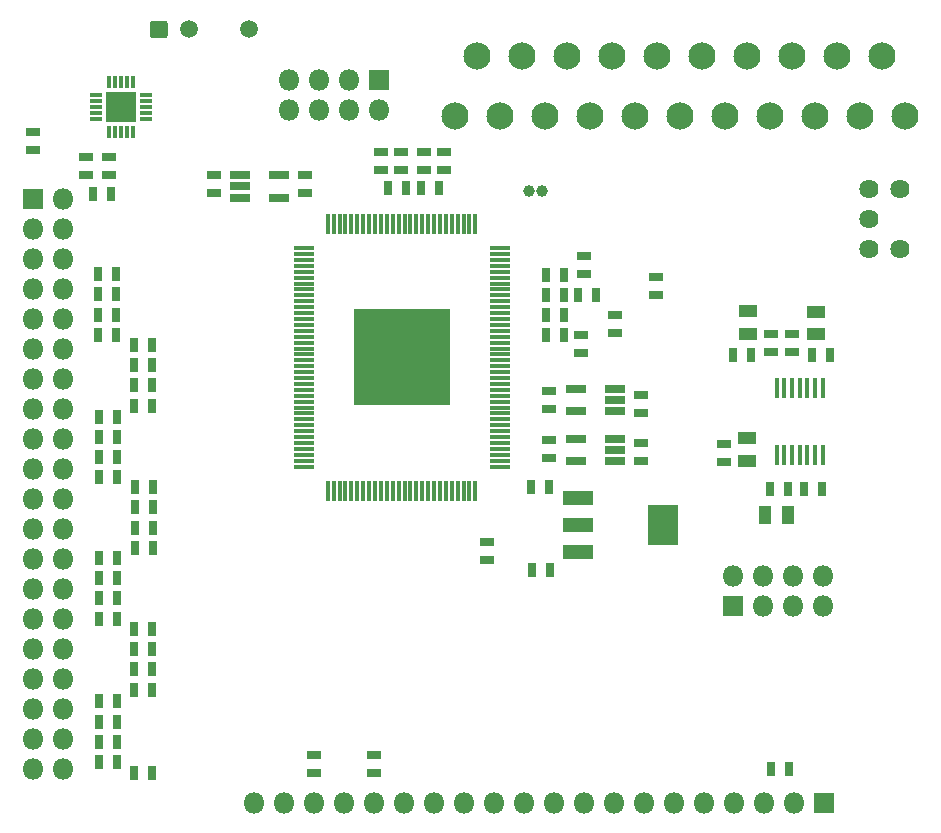
<source format=gts>
G04 #@! TF.GenerationSoftware,KiCad,Pcbnew,5.1.5+dfsg1-2*
G04 #@! TF.CreationDate,2020-02-07T00:59:59+02:00*
G04 #@! TF.ProjectId,isl_board,69736c5f-626f-4617-9264-2e6b69636164,rev?*
G04 #@! TF.SameCoordinates,Original*
G04 #@! TF.FileFunction,Soldermask,Top*
G04 #@! TF.FilePolarity,Negative*
%FSLAX46Y46*%
G04 Gerber Fmt 4.6, Leading zero omitted, Abs format (unit mm)*
G04 Created by KiCad (PCBNEW 5.1.5+dfsg1-2) date 2020-02-07 00:59:59*
%MOMM*%
%LPD*%
G04 APERTURE LIST*
%ADD10R,0.736600X1.244600*%
%ADD11R,1.244600X0.736600*%
%ADD12R,1.801600X1.801600*%
%ADD13O,1.801600X1.801600*%
%ADD14C,1.501600*%
%ADD15C,0.100000*%
%ADD16C,2.301600*%
%ADD17R,1.498600X0.990600*%
%ADD18R,0.990600X1.498600*%
%ADD19C,1.625600*%
%ADD20R,0.457200X1.778000*%
%ADD21C,2.351600*%
%ADD22R,1.101600X0.401600*%
%ADD23R,0.401600X1.101600*%
%ADD24R,2.601600X2.601600*%
%ADD25R,2.501600X1.301600*%
%ADD26R,2.501600X3.401600*%
%ADD27R,1.661600X0.751600*%
%ADD28C,1.001600*%
%ADD29R,0.401600X1.701600*%
%ADD30R,1.701600X0.401600*%
%ADD31R,8.101600X8.101600*%
%ADD32C,1.101600*%
G04 APERTURE END LIST*
D10*
X25718000Y-42120000D03*
X27242000Y-42120000D03*
D11*
X25150000Y-40522000D03*
X25150000Y-38998000D03*
D12*
X79930000Y-77020000D03*
D13*
X79930000Y-74480000D03*
X82470000Y-77020000D03*
X82470000Y-74480000D03*
X85010000Y-77020000D03*
X85010000Y-74480000D03*
X87550000Y-77020000D03*
X87550000Y-74480000D03*
D14*
X38900000Y-28230000D03*
X33820000Y-28230000D03*
D15*
G36*
X31789714Y-27480487D02*
G01*
X31815661Y-27484336D01*
X31841104Y-27490709D01*
X31865801Y-27499546D01*
X31889513Y-27510761D01*
X31912011Y-27524245D01*
X31933079Y-27539871D01*
X31952514Y-27557486D01*
X31970129Y-27576921D01*
X31985755Y-27597989D01*
X31999239Y-27620487D01*
X32010454Y-27644199D01*
X32019291Y-27668896D01*
X32025664Y-27694339D01*
X32029513Y-27720286D01*
X32030800Y-27746484D01*
X32030800Y-28713516D01*
X32029513Y-28739714D01*
X32025664Y-28765661D01*
X32019291Y-28791104D01*
X32010454Y-28815801D01*
X31999239Y-28839513D01*
X31985755Y-28862011D01*
X31970129Y-28883079D01*
X31952514Y-28902514D01*
X31933079Y-28920129D01*
X31912011Y-28935755D01*
X31889513Y-28949239D01*
X31865801Y-28960454D01*
X31841104Y-28969291D01*
X31815661Y-28975664D01*
X31789714Y-28979513D01*
X31763516Y-28980800D01*
X30796484Y-28980800D01*
X30770286Y-28979513D01*
X30744339Y-28975664D01*
X30718896Y-28969291D01*
X30694199Y-28960454D01*
X30670487Y-28949239D01*
X30647989Y-28935755D01*
X30626921Y-28920129D01*
X30607486Y-28902514D01*
X30589871Y-28883079D01*
X30574245Y-28862011D01*
X30560761Y-28839513D01*
X30549546Y-28815801D01*
X30540709Y-28791104D01*
X30534336Y-28765661D01*
X30530487Y-28739714D01*
X30529200Y-28713516D01*
X30529200Y-27746484D01*
X30530487Y-27720286D01*
X30534336Y-27694339D01*
X30540709Y-27668896D01*
X30549546Y-27644199D01*
X30560761Y-27620487D01*
X30574245Y-27597989D01*
X30589871Y-27576921D01*
X30607486Y-27557486D01*
X30626921Y-27539871D01*
X30647989Y-27524245D01*
X30670487Y-27510761D01*
X30694199Y-27499546D01*
X30718896Y-27490709D01*
X30744339Y-27484336D01*
X30770286Y-27480487D01*
X30796484Y-27479200D01*
X31763516Y-27479200D01*
X31789714Y-27480487D01*
G37*
D11*
X44410000Y-89618000D03*
X44410000Y-91142000D03*
X49470000Y-89628000D03*
X49470000Y-91152000D03*
D13*
X39300000Y-93680000D03*
X41840000Y-93680000D03*
X44380000Y-93680000D03*
X46920000Y-93680000D03*
X49460000Y-93680000D03*
X52000000Y-93680000D03*
X54540000Y-93680000D03*
X57080000Y-93680000D03*
X59620000Y-93680000D03*
X62160000Y-93680000D03*
X64700000Y-93680000D03*
X67240000Y-93680000D03*
X69780000Y-93680000D03*
X72320000Y-93680000D03*
X74860000Y-93680000D03*
X77400000Y-93680000D03*
X79940000Y-93680000D03*
X82480000Y-93680000D03*
X85020000Y-93680000D03*
D12*
X87560000Y-93680000D03*
D10*
X83108000Y-90880000D03*
X84632000Y-90880000D03*
D16*
X58250000Y-30500000D03*
X60155000Y-35580000D03*
X62060000Y-30500000D03*
X63965000Y-35580000D03*
X65870000Y-30500000D03*
X67775000Y-35580000D03*
X69680000Y-30500000D03*
X71585000Y-35580000D03*
X73490000Y-30500000D03*
X75395000Y-35580000D03*
X77300000Y-30500000D03*
X79205000Y-35580000D03*
X92540000Y-30500000D03*
X83015000Y-35580000D03*
X81110000Y-30500000D03*
X86825000Y-35580000D03*
X84920000Y-30500000D03*
X90635000Y-35580000D03*
X88730000Y-30500000D03*
X94445000Y-35580000D03*
X56345000Y-35580000D03*
D17*
X86930000Y-52107500D03*
X86930000Y-54012500D03*
X81150000Y-53982500D03*
X81150000Y-52077500D03*
X81090000Y-62847500D03*
X81090000Y-64752500D03*
D18*
X84512500Y-69320000D03*
X82607500Y-69320000D03*
D19*
X91390000Y-41710000D03*
X91390000Y-44250000D03*
X91390000Y-46790000D03*
X94015000Y-46790000D03*
X94015000Y-41710000D03*
D11*
X59070000Y-73132000D03*
X59070000Y-71608000D03*
D10*
X26208000Y-61000000D03*
X27732000Y-61000000D03*
X29238000Y-72120000D03*
X30762000Y-72120000D03*
X29238000Y-66990000D03*
X30762000Y-66990000D03*
X29208000Y-58360000D03*
X30732000Y-58360000D03*
X29208000Y-56650000D03*
X30732000Y-56650000D03*
X29238000Y-70410000D03*
X30762000Y-70410000D03*
X29238000Y-68700000D03*
X30762000Y-68700000D03*
X26208000Y-66130000D03*
X27732000Y-66130000D03*
X26208000Y-62710000D03*
X27732000Y-62710000D03*
X26208000Y-64420000D03*
X27732000Y-64420000D03*
X29208000Y-54940000D03*
X30732000Y-54940000D03*
X29208000Y-60070000D03*
X30732000Y-60070000D03*
D11*
X20630000Y-38444000D03*
X20630000Y-36920000D03*
D13*
X42280000Y-35050000D03*
X42280000Y-32510000D03*
X44820000Y-35050000D03*
X44820000Y-32510000D03*
X47360000Y-35050000D03*
X47360000Y-32510000D03*
X49900000Y-35050000D03*
D12*
X49900000Y-32510000D03*
D20*
X83589999Y-64259400D03*
X84240000Y-64259400D03*
X84890001Y-64259400D03*
X85540000Y-64259400D03*
X86189999Y-64259400D03*
X86840000Y-64259400D03*
X87489999Y-64259400D03*
X87490001Y-58620600D03*
X86840000Y-58620600D03*
X86190001Y-58620600D03*
X85540000Y-58620600D03*
X84890001Y-58620600D03*
X84240000Y-58620600D03*
X83590001Y-58620600D03*
D11*
X79140000Y-63328000D03*
X79140000Y-64852000D03*
D10*
X87432000Y-67130000D03*
X85908000Y-67130000D03*
X83048000Y-67130000D03*
X84572000Y-67130000D03*
D11*
X27090000Y-40522000D03*
X27090000Y-38998000D03*
D10*
X88102000Y-55800000D03*
X86578000Y-55800000D03*
X81442000Y-55770000D03*
X79918000Y-55770000D03*
D11*
X83130000Y-54008000D03*
X83130000Y-55532000D03*
X84920000Y-55532000D03*
X84920000Y-54008000D03*
D21*
X28090053Y-34782843D03*
D22*
X25975053Y-35782843D03*
X25975053Y-35282843D03*
X25975053Y-34782843D03*
X25975053Y-34282843D03*
X25975053Y-33782843D03*
D23*
X27090053Y-32667843D03*
X27590053Y-32667843D03*
X28090053Y-32667843D03*
X28590053Y-32667843D03*
X29090053Y-32667843D03*
D22*
X30205053Y-33782843D03*
X30205053Y-34282843D03*
X30205053Y-34782843D03*
X30205053Y-35282843D03*
X30205053Y-35782843D03*
D23*
X29090053Y-36897843D03*
X28590053Y-36897843D03*
X28090053Y-36897843D03*
X27590053Y-36897843D03*
X27090053Y-36897843D03*
D24*
X28090053Y-34782843D03*
D11*
X72120000Y-64752000D03*
X72120000Y-63228000D03*
X72090000Y-60732000D03*
X72090000Y-59208000D03*
X35930000Y-40568000D03*
X35930000Y-42092000D03*
D10*
X64312000Y-66960000D03*
X62788000Y-66960000D03*
X64382000Y-73990000D03*
X62858000Y-73990000D03*
D11*
X64290000Y-64542000D03*
X64290000Y-63018000D03*
X64300000Y-60352000D03*
X64300000Y-58828000D03*
X43640000Y-40548000D03*
X43640000Y-42072000D03*
D10*
X64048000Y-54110000D03*
X65572000Y-54110000D03*
X68322000Y-50690000D03*
X66798000Y-50690000D03*
X65572000Y-52400000D03*
X64048000Y-52400000D03*
X65572000Y-48980000D03*
X64048000Y-48980000D03*
D11*
X50080000Y-38588000D03*
X50080000Y-40112000D03*
X55440000Y-38598000D03*
X55440000Y-40122000D03*
D12*
X20630000Y-42600000D03*
D13*
X23170000Y-42600000D03*
X20630000Y-45140000D03*
X23170000Y-45140000D03*
X20630000Y-47680000D03*
X23170000Y-47680000D03*
X20630000Y-50220000D03*
X23170000Y-50220000D03*
X20630000Y-52760000D03*
X23170000Y-52760000D03*
X20630000Y-55300000D03*
X23170000Y-55300000D03*
X20630000Y-57840000D03*
X23170000Y-57840000D03*
X20630000Y-60380000D03*
X23170000Y-60380000D03*
X20630000Y-62920000D03*
X23170000Y-62920000D03*
X20630000Y-65460000D03*
X23170000Y-65460000D03*
X20630000Y-68000000D03*
X23170000Y-68000000D03*
X20630000Y-70540000D03*
X23170000Y-70540000D03*
X20630000Y-73080000D03*
X23170000Y-73080000D03*
X20630000Y-75620000D03*
X23170000Y-75620000D03*
X20630000Y-78160000D03*
X23170000Y-78160000D03*
X20630000Y-80700000D03*
X23170000Y-80700000D03*
X20630000Y-83240000D03*
X23170000Y-83240000D03*
X20630000Y-85780000D03*
X23170000Y-85780000D03*
X20630000Y-88320000D03*
X23170000Y-88320000D03*
X20630000Y-90860000D03*
X23170000Y-90860000D03*
D10*
X65572000Y-50690000D03*
X64048000Y-50690000D03*
X29168000Y-91180000D03*
X30692000Y-91180000D03*
X26198000Y-90240000D03*
X27722000Y-90240000D03*
X26198000Y-88530000D03*
X27722000Y-88530000D03*
X26198000Y-86820000D03*
X27722000Y-86820000D03*
X26198000Y-85110000D03*
X27722000Y-85110000D03*
D11*
X51810000Y-38588000D03*
X51810000Y-40112000D03*
D10*
X52222000Y-41640000D03*
X50698000Y-41640000D03*
X29178000Y-84130000D03*
X30702000Y-84130000D03*
X29178000Y-82410000D03*
X30702000Y-82410000D03*
D11*
X53720000Y-38598000D03*
X53720000Y-40122000D03*
D10*
X53448000Y-41640000D03*
X54972000Y-41640000D03*
X29178000Y-80690000D03*
X30702000Y-80690000D03*
X29178000Y-78980000D03*
X30702000Y-78980000D03*
X26208000Y-78100000D03*
X27732000Y-78100000D03*
X26208000Y-76390000D03*
X27732000Y-76390000D03*
X26208000Y-74680000D03*
X27732000Y-74680000D03*
X26208000Y-72970000D03*
X27732000Y-72970000D03*
X26168000Y-52370000D03*
X27692000Y-52370000D03*
X26168000Y-48950000D03*
X27692000Y-48950000D03*
X26168000Y-54080000D03*
X27692000Y-54080000D03*
X26168000Y-50660000D03*
X27692000Y-50660000D03*
D11*
X67040000Y-54098000D03*
X67040000Y-55622000D03*
X69860000Y-52398000D03*
X69860000Y-53922000D03*
X73360000Y-50682000D03*
X73360000Y-49158000D03*
X67250000Y-48972000D03*
X67250000Y-47448000D03*
D25*
X66780000Y-70210000D03*
X66780000Y-67910000D03*
X66780000Y-72510000D03*
D26*
X73980000Y-70210000D03*
D27*
X69920000Y-64770000D03*
X69920000Y-63820000D03*
X69920000Y-62870000D03*
X66620000Y-62870000D03*
X66620000Y-64770000D03*
X69920000Y-60530000D03*
X69920000Y-59580000D03*
X69920000Y-58630000D03*
X66620000Y-58630000D03*
X66620000Y-60530000D03*
X38130000Y-40560000D03*
X38130000Y-41510000D03*
X38130000Y-42460000D03*
X41430000Y-42460000D03*
X41430000Y-40560000D03*
D28*
X63750000Y-41910000D03*
X62650000Y-41910000D03*
D29*
X50580000Y-67290000D03*
X50080000Y-67290000D03*
X49580000Y-67290000D03*
X49080000Y-67290000D03*
X48580000Y-67290000D03*
X48080000Y-67290000D03*
X47580000Y-67290000D03*
X47080000Y-67290000D03*
X46580000Y-67290000D03*
X46080000Y-67290000D03*
X45580000Y-67290000D03*
D30*
X43530000Y-50240000D03*
X43530000Y-49740000D03*
X43530000Y-49240000D03*
X43530000Y-48740000D03*
X43530000Y-48240000D03*
X43530000Y-47740000D03*
X43530000Y-47240000D03*
X43530000Y-46740000D03*
D29*
X57080000Y-44690000D03*
X57580000Y-44690000D03*
X58080000Y-44690000D03*
D30*
X60130000Y-46740000D03*
X60130000Y-47240000D03*
X60130000Y-65240000D03*
X60130000Y-64740000D03*
X60130000Y-64240000D03*
X60130000Y-63740000D03*
X60130000Y-63240000D03*
X60130000Y-62740000D03*
X60130000Y-62240000D03*
X60130000Y-61740000D03*
X60130000Y-61240000D03*
X60130000Y-60740000D03*
X60130000Y-60240000D03*
X60130000Y-59740000D03*
X60130000Y-59240000D03*
X60130000Y-58740000D03*
X60130000Y-58240000D03*
X60130000Y-57740000D03*
X60130000Y-57240000D03*
X60130000Y-56740000D03*
X60130000Y-56240000D03*
X60130000Y-55740000D03*
X60130000Y-55240000D03*
X60130000Y-54740000D03*
X60130000Y-54240000D03*
X60130000Y-53740000D03*
X60130000Y-53240000D03*
X60130000Y-52740000D03*
X60130000Y-52240000D03*
X60130000Y-51740000D03*
X60130000Y-51240000D03*
X60130000Y-50740000D03*
X60130000Y-50240000D03*
X60130000Y-49740000D03*
X60130000Y-49240000D03*
X60130000Y-48740000D03*
X60130000Y-48240000D03*
X60130000Y-47740000D03*
D29*
X56580000Y-44690000D03*
X56080000Y-44690000D03*
X55580000Y-44690000D03*
X55080000Y-44690000D03*
X54580000Y-44690000D03*
X54080000Y-44690000D03*
X53580000Y-44690000D03*
X53080000Y-44690000D03*
X52580000Y-44690000D03*
X52080000Y-44690000D03*
X51580000Y-44690000D03*
X51080000Y-44690000D03*
X50580000Y-44690000D03*
X50080000Y-44690000D03*
X49580000Y-44690000D03*
X49080000Y-44690000D03*
X48580000Y-44690000D03*
X48080000Y-44690000D03*
X47580000Y-44690000D03*
X47080000Y-44690000D03*
X46580000Y-44690000D03*
X46080000Y-44690000D03*
X45580000Y-44690000D03*
D30*
X43530000Y-50740000D03*
X43530000Y-51240000D03*
X43530000Y-51740000D03*
X43530000Y-52240000D03*
X43530000Y-52740000D03*
X43530000Y-53240000D03*
X43530000Y-53740000D03*
X43530000Y-54240000D03*
X43530000Y-54740000D03*
X43530000Y-55240000D03*
X43530000Y-55740000D03*
X43530000Y-56240000D03*
X43530000Y-56740000D03*
X43530000Y-57240000D03*
X43530000Y-57740000D03*
X43530000Y-58240000D03*
X43530000Y-58740000D03*
X43530000Y-59240000D03*
X43530000Y-59740000D03*
X43530000Y-60240000D03*
X43530000Y-60740000D03*
X43530000Y-61240000D03*
X43530000Y-61740000D03*
X43530000Y-62240000D03*
X43530000Y-62740000D03*
X43530000Y-63240000D03*
X43530000Y-63740000D03*
X43530000Y-64240000D03*
X43530000Y-64740000D03*
X43530000Y-65240000D03*
D29*
X51080000Y-67290000D03*
X51580000Y-67290000D03*
X52080000Y-67290000D03*
X52580000Y-67290000D03*
X53080000Y-67290000D03*
X53580000Y-67290000D03*
X54080000Y-67290000D03*
X54580000Y-67290000D03*
X55080000Y-67290000D03*
X55580000Y-67290000D03*
X56080000Y-67290000D03*
X56580000Y-67290000D03*
X57080000Y-67290000D03*
X57580000Y-67290000D03*
X58080000Y-67290000D03*
D31*
X51830000Y-55990000D03*
D32*
X55058340Y-59215800D03*
X53758340Y-59215800D03*
X52458340Y-59215800D03*
X51158340Y-59215800D03*
X49858340Y-59215800D03*
X48558340Y-59215800D03*
X55058340Y-57915800D03*
X53758340Y-57915800D03*
X52458340Y-57915800D03*
X51158340Y-57915800D03*
X49858340Y-57915800D03*
X48558340Y-57915800D03*
X55058340Y-56615800D03*
X53758340Y-56615800D03*
X52458340Y-56615800D03*
X51158340Y-56615800D03*
X49858340Y-56615800D03*
X48558340Y-56615800D03*
X55058340Y-55315800D03*
X53758340Y-55315800D03*
X52458340Y-55315800D03*
X51158340Y-55315800D03*
X49858340Y-55315800D03*
X48558340Y-55315800D03*
X55058340Y-54015800D03*
X53758340Y-54015800D03*
X52458340Y-54015800D03*
X51158340Y-54015800D03*
X49858340Y-54015800D03*
X48558340Y-54015800D03*
X55058340Y-52715800D03*
X53758340Y-52715800D03*
X52458340Y-52715800D03*
X51158340Y-52715800D03*
X49858340Y-52715800D03*
X48558340Y-52715800D03*
M02*

</source>
